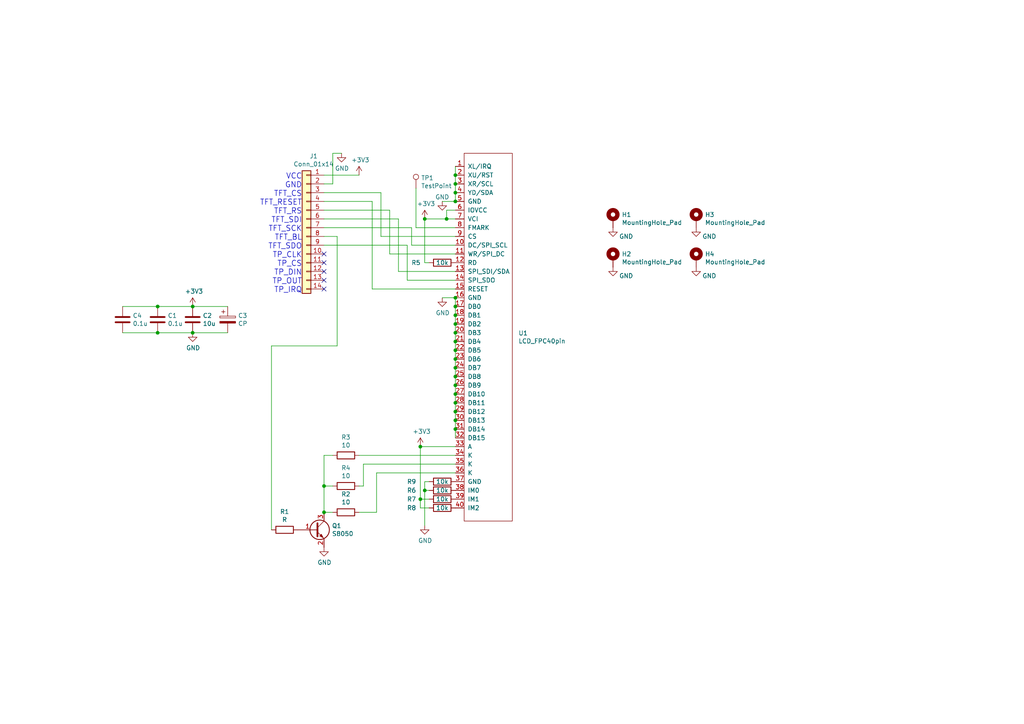
<source format=kicad_sch>
(kicad_sch (version 20230121) (generator eeschema)
  (paper "A4")
  (lib_symbols
    (symbol "3_2LCD-rescue:+3.3V-power" (power) (pin_names (offset 0))
      (property "Value" "+3.3V-power" (at 0 3.556 0))
      (symbol "+3.3V-power_0_1"
        (polyline (pts (xy -0.762 1.27) (xy 0 2.54)))
        (polyline (pts (xy 0 0) (xy 0 2.54)))
        (polyline (pts (xy 0 2.54) (xy 0.762 1.27)))
      )
      (symbol "+3.3V-power_1_1"
        (pin power_in line (at 0 0 90) (length 0) hide (name "+3V3") (number "1"))
      )
    )
    (symbol "3_2LCD-rescue:CP-Device" (pin_numbers hide) (pin_names (offset 0.254))
      (property "Reference" "C" (at 0.635 2.54 0))
      (property "Value" "Device_CP" (at 0.635 -2.54 0))
      (symbol "CP-Device_0_1"
        (rectangle (start -2.286 0.508) (end 2.286 1.016))
        (polyline (pts (xy -1.778 2.286) (xy -0.762 2.286)))
        (polyline (pts (xy -1.27 2.794) (xy -1.27 1.778)))
        (rectangle (start 2.286 -0.508) (end -2.286 -1.016) (fill (type outline)))
      )
      (symbol "CP-Device_1_1"
        (pin passive line (at 0 3.81 270) (length 2.794) (name "~") (number "1"))
        (pin passive line (at 0 -3.81 90) (length 2.794) (name "~") (number "2"))
      )
    )
    (symbol "Connector:TestPoint" (pin_numbers hide) (pin_names (offset 0.762) hide)
      (property "Reference" "TP" (at 0 6.858 0))
      (property "Value" "TestPoint" (at 0 5.08 0))
      (symbol "TestPoint_0_1"
        (circle (center 0 3.302) (radius 0.762))
      )
      (symbol "TestPoint_1_1"
        (pin passive line (at 0 0 90) (length 2.54) (name "1") (number "1"))
      )
    )
    (symbol "Connector_Generic:Conn_01x14" (pin_names (offset 1.016) hide)
      (property "Reference" "J" (at 0 17.78 0))
      (property "Value" "Conn_01x14" (at 0 -20.32 0))
      (symbol "Conn_01x14_1_1"
        (rectangle (start -1.27 -17.653) (end 0 -17.907) (stroke (width 0.1524)))
        (rectangle (start -1.27 -15.113) (end 0 -15.367) (stroke (width 0.1524)))
        (rectangle (start -1.27 -12.573) (end 0 -12.827) (stroke (width 0.1524)))
        (rectangle (start -1.27 -10.033) (end 0 -10.287) (stroke (width 0.1524)))
        (rectangle (start -1.27 -7.493) (end 0 -7.747) (stroke (width 0.1524)))
        (rectangle (start -1.27 -4.953) (end 0 -5.207) (stroke (width 0.1524)))
        (rectangle (start -1.27 -2.413) (end 0 -2.667) (stroke (width 0.1524)))
        (rectangle (start -1.27 0.127) (end 0 -0.127) (stroke (width 0.1524)))
        (rectangle (start -1.27 2.667) (end 0 2.413) (stroke (width 0.1524)))
        (rectangle (start -1.27 5.207) (end 0 4.953) (stroke (width 0.1524)))
        (rectangle (start -1.27 7.747) (end 0 7.493) (stroke (width 0.1524)))
        (rectangle (start -1.27 10.287) (end 0 10.033) (stroke (width 0.1524)))
        (rectangle (start -1.27 12.827) (end 0 12.573) (stroke (width 0.1524)))
        (rectangle (start -1.27 15.367) (end 0 15.113) (stroke (width 0.1524)))
        (rectangle (start -1.27 16.51) (end 1.27 -19.05) (stroke (width 0.254)) (fill (type background)))
        (pin passive line (at -5.08 15.24 0) (length 3.81) (name "Pin_1") (number "1"))
        (pin passive line (at -5.08 -7.62 0) (length 3.81) (name "Pin_10") (number "10"))
        (pin passive line (at -5.08 -10.16 0) (length 3.81) (name "Pin_11") (number "11"))
        (pin passive line (at -5.08 -12.7 0) (length 3.81) (name "Pin_12") (number "12"))
        (pin passive line (at -5.08 -15.24 0) (length 3.81) (name "Pin_13") (number "13"))
        (pin passive line (at -5.08 -17.78 0) (length 3.81) (name "Pin_14") (number "14"))
        (pin passive line (at -5.08 12.7 0) (length 3.81) (name "Pin_2") (number "2"))
        (pin passive line (at -5.08 10.16 0) (length 3.81) (name "Pin_3") (number "3"))
        (pin passive line (at -5.08 7.62 0) (length 3.81) (name "Pin_4") (number "4"))
        (pin passive line (at -5.08 5.08 0) (length 3.81) (name "Pin_5") (number "5"))
        (pin passive line (at -5.08 2.54 0) (length 3.81) (name "Pin_6") (number "6"))
        (pin passive line (at -5.08 0 0) (length 3.81) (name "Pin_7") (number "7"))
        (pin passive line (at -5.08 -2.54 0) (length 3.81) (name "Pin_8") (number "8"))
        (pin passive line (at -5.08 -5.08 0) (length 3.81) (name "Pin_9") (number "9"))
      )
    )
    (symbol "Device:C" (pin_numbers hide) (pin_names (offset 0.254))
      (property "Reference" "C" (at 0.635 2.54 0))
      (property "Value" "C" (at 0.635 -2.54 0))
      (symbol "C_0_1"
        (polyline (pts (xy -2.032 -0.762) (xy 2.032 -0.762)) (stroke (width 0.508)))
        (polyline (pts (xy -2.032 0.762) (xy 2.032 0.762)) (stroke (width 0.508)))
      )
      (symbol "C_1_1"
        (pin passive line (at 0 3.81 270) (length 2.794) (name "~") (number "1"))
        (pin passive line (at 0 -3.81 90) (length 2.794) (name "~") (number "2"))
      )
    )
    (symbol "Device:R" (pin_numbers hide) (pin_names (offset 0))
      (property "Reference" "R" (at 2.032 0 90))
      (property "Value" "R" (at 0 0 90))
      (symbol "R_0_1"
        (rectangle (start -1.016 -2.54) (end 1.016 2.54) (stroke (width 0.254)))
      )
      (symbol "R_1_1"
        (pin passive line (at 0 3.81 270) (length 1.27) (name "~") (number "1"))
        (pin passive line (at 0 -3.81 90) (length 1.27) (name "~") (number "2"))
      )
    )
    (symbol "Mechanical:MountingHole_Pad" (pin_numbers hide) (pin_names (offset 1.016) hide)
      (property "Reference" "H" (at 0 6.35 0))
      (property "Value" "MountingHole_Pad" (at 0 4.445 0))
      (symbol "MountingHole_Pad_0_1"
        (circle (center 0 1.27) (radius 1.27) (stroke (width 1.27)))
      )
      (symbol "MountingHole_Pad_1_1"
        (pin input line (at 0 -2.54 90) (length 2.54) (name "1") (number "1"))
      )
    )
    (symbol "Transistor_BJT:2N3055" (pin_names (offset 0) hide)
      (property "Reference" "Q" (at 5.08 1.905 0))
      (property "Value" "2N3055" (at 5.08 0 0))
      (symbol "2N3055_0_1"
        (polyline (pts (xy 0.635 0.635) (xy 2.54 2.54)))
        (polyline (pts (xy 0.635 -0.635) (xy 2.54 -2.54) (xy 2.54 -2.54)))
        (polyline (pts (xy 0.635 1.905) (xy 0.635 -1.905) (xy 0.635 -1.905)) (stroke (width 0.508)))
        (polyline (pts (xy 1.27 -1.778) (xy 1.778 -1.27) (xy 2.286 -2.286) (xy 1.27 -1.778) (xy 1.27 -1.778)) (fill (type outline)))
        (circle (center 1.27 0) (radius 2.8194) (stroke (width 0.254)))
      )
      (symbol "2N3055_1_1"
        (pin input line (at -5.08 0 0) (length 5.715) (name "B") (number "1"))
        (pin passive line (at 2.54 -5.08 90) (length 2.54) (name "E") (number "2"))
        (pin passive line (at 2.54 5.08 270) (length 2.54) (name "C") (number "3"))
      )
    )
    (symbol "nanbuwks:LCD_FPC40pin" (pin_names (offset 1.016))
      (property "Reference" "U" (at 0 52.07 0))
      (property "Value" "LCD_FPC40pin" (at 0 -57.15 0))
      (symbol "LCD_FPC40pin_0_1"
        (rectangle (start -6.35 50.8) (end 7.62 -55.88))
      )
      (symbol "LCD_FPC40pin_1_1"
        (pin input line (at -8.89 46.99 0) (length 2.54) (name "XL/IRQ") (number "1"))
        (pin input line (at -8.89 24.13 0) (length 2.54) (name "DC/SPI_SCL") (number "10"))
        (pin input line (at -8.89 21.59 0) (length 2.54) (name "WR/SPI_DC") (number "11"))
        (pin input line (at -8.89 19.05 0) (length 2.54) (name "RD") (number "12"))
        (pin input line (at -8.89 16.51 0) (length 2.54) (name "SPI_SDI/SDA") (number "13"))
        (pin input line (at -8.89 13.97 0) (length 2.54) (name "SPI_SDO") (number "14"))
        (pin input line (at -8.89 11.43 0) (length 2.54) (name "RESET") (number "15"))
        (pin input line (at -8.89 8.89 0) (length 2.54) (name "GND") (number "16"))
        (pin input line (at -8.89 6.35 0) (length 2.54) (name "DB0") (number "17"))
        (pin input line (at -8.89 3.81 0) (length 2.54) (name "DB1") (number "18"))
        (pin input line (at -8.89 1.27 0) (length 2.54) (name "DB2") (number "19"))
        (pin input line (at -8.89 44.45 0) (length 2.54) (name "XU/RST") (number "2"))
        (pin input line (at -8.89 -1.27 0) (length 2.54) (name "DB3") (number "20"))
        (pin input line (at -8.89 -3.81 0) (length 2.54) (name "DB4") (number "21"))
        (pin input line (at -8.89 -6.35 0) (length 2.54) (name "DB5") (number "22"))
        (pin input line (at -8.89 -8.89 0) (length 2.54) (name "DB6") (number "23"))
        (pin input line (at -8.89 -11.43 0) (length 2.54) (name "DB7") (number "24"))
        (pin input line (at -8.89 -13.97 0) (length 2.54) (name "DB8") (number "25"))
        (pin input line (at -8.89 -16.51 0) (length 2.54) (name "DB9") (number "26"))
        (pin input line (at -8.89 -19.05 0) (length 2.54) (name "DB10") (number "27"))
        (pin input line (at -8.89 -21.59 0) (length 2.54) (name "DB11") (number "28"))
        (pin input line (at -8.89 -24.13 0) (length 2.54) (name "DB12") (number "29"))
        (pin input line (at -8.89 41.91 0) (length 2.54) (name "XR/SCL") (number "3"))
        (pin input line (at -8.89 -26.67 0) (length 2.54) (name "DB13") (number "30"))
        (pin input line (at -8.89 -29.21 0) (length 2.54) (name "DB14") (number "31"))
        (pin input line (at -8.89 -31.75 0) (length 2.54) (name "DB15") (number "32"))
        (pin input line (at -8.89 -34.29 0) (length 2.54) (name "A") (number "33"))
        (pin input line (at -8.89 -36.83 0) (length 2.54) (name "K") (number "34"))
        (pin input line (at -8.89 -39.37 0) (length 2.54) (name "K") (number "35"))
        (pin input line (at -8.89 -41.91 0) (length 2.54) (name "K") (number "36"))
        (pin input line (at -8.89 -44.45 0) (length 2.54) (name "GND") (number "37"))
        (pin input line (at -8.89 -46.99 0) (length 2.54) (name "IM0") (number "38"))
        (pin input line (at -8.89 -49.53 0) (length 2.54) (name "IM1") (number "39"))
        (pin input line (at -8.89 39.37 0) (length 2.54) (name "YD/SDA") (number "4"))
        (pin input line (at -8.89 -52.07 0) (length 2.54) (name "IM2") (number "40"))
        (pin input line (at -8.89 36.83 0) (length 2.54) (name "GND") (number "5"))
        (pin input line (at -8.89 34.29 0) (length 2.54) (name "IOVCC") (number "6"))
        (pin input line (at -8.89 31.75 0) (length 2.54) (name "VCI") (number "7"))
        (pin input line (at -8.89 29.21 0) (length 2.54) (name "FMARK") (number "8"))
        (pin input line (at -8.89 26.67 0) (length 2.54) (name "CS") (number "9"))
      )
    )
    (symbol "power:GND" (power) (pin_names (offset 0))
      (property "Value" "GND" (at 0 -3.81 0))
      (symbol "GND_0_1"
        (polyline (pts (xy 0 0) (xy 0 -1.27) (xy 1.27 -1.27) (xy 0 -2.54) (xy -1.27 -1.27) (xy 0 -1.27)))
      )
      (symbol "GND_1_1"
        (pin power_in line (at 0 0 270) (length 0) hide (name "GND") (number "1"))
      )
    )
  )
  (junction (at 132.08 88.9))
  (junction (at 45.72 96.52))
  (junction (at 132.08 96.52))
  (junction (at 132.08 101.6))
  (junction (at 93.98 148.59))
  (junction (at 45.72 88.9))
  (junction (at 132.08 119.38))
  (junction (at 121.92 129.54))
  (junction (at 132.08 93.98))
  (junction (at 55.88 88.9))
  (junction (at 132.08 111.76))
  (junction (at 132.08 109.22))
  (junction (at 132.08 50.8))
  (junction (at 132.08 104.14))
  (junction (at 55.88 96.52))
  (junction (at 132.08 99.06))
  (junction (at 132.08 91.44))
  (junction (at 132.08 106.68))
  (junction (at 132.08 55.88))
  (junction (at 129.54 63.5))
  (junction (at 121.92 144.78))
  (junction (at 132.08 86.36))
  (junction (at 132.08 124.46))
  (junction (at 132.08 114.3))
  (junction (at 132.08 116.84))
  (junction (at 132.08 58.42))
  (junction (at 132.08 121.92))
  (junction (at 123.19 63.5))
  (junction (at 132.08 53.34))
  (junction (at 123.19 142.24))
  (junction (at 93.98 140.97))
  (no_connect (at 93.98 73.66))
  (no_connect (at 93.98 76.2))
  (no_connect (at 93.98 81.28))
  (no_connect (at 93.98 78.74))
  (no_connect (at 93.98 83.82))
  (wire (pts (xy 128.27 86.36) (xy 132.08 86.36)))
  (wire (pts (xy 124.46 147.32) (xy 121.92 147.32)))
  (wire (pts (xy 96.52 140.97) (xy 93.98 140.97)))
  (wire (pts (xy 132.08 137.16) (xy 109.22 137.16)))
  (wire (pts (xy 104.14 140.97) (xy 105.41 140.97)))
  (wire (pts (xy 78.74 100.33) (xy 78.74 153.67)))
  (wire (pts (xy 132.08 88.9) (xy 132.08 86.36)))
  (wire (pts (xy 132.08 55.88) (xy 132.08 58.42)))
  (wire (pts (xy 121.92 144.78) (xy 121.92 147.32)))
  (wire (pts (xy 132.08 119.38) (xy 132.08 116.84)))
  (wire (pts (xy 123.19 152.4) (xy 123.19 142.24)))
  (wire (pts (xy 107.95 58.42) (xy 93.98 58.42)))
  (wire (pts (xy 96.52 44.45) (xy 96.52 53.34)))
  (wire (pts (xy 93.98 63.5) (xy 115.57 63.5)))
  (wire (pts (xy 118.11 81.28) (xy 118.11 71.12)))
  (wire (pts (xy 132.08 114.3) (xy 132.08 111.76)))
  (wire (pts (xy 55.88 96.52) (xy 66.04 96.52)))
  (wire (pts (xy 35.56 88.9) (xy 45.72 88.9)))
  (wire (pts (xy 104.14 148.59) (xy 109.22 148.59)))
  (wire (pts (xy 113.03 73.66) (xy 113.03 60.96)))
  (wire (pts (xy 118.11 71.12) (xy 93.98 71.12)))
  (wire (pts (xy 132.08 111.76) (xy 132.08 109.22)))
  (wire (pts (xy 99.06 44.45) (xy 96.52 44.45)))
  (wire (pts (xy 55.88 88.9) (xy 45.72 88.9)))
  (wire (pts (xy 123.19 139.7) (xy 124.46 139.7)))
  (wire (pts (xy 105.41 134.62) (xy 132.08 134.62)))
  (wire (pts (xy 132.08 116.84) (xy 132.08 114.3)))
  (wire (pts (xy 132.08 68.58) (xy 110.49 68.58)))
  (wire (pts (xy 132.08 53.34) (xy 132.08 55.88)))
  (wire (pts (xy 123.19 76.2) (xy 124.46 76.2)))
  (wire (pts (xy 123.19 63.5) (xy 129.54 63.5)))
  (wire (pts (xy 132.08 78.74) (xy 115.57 78.74)))
  (wire (pts (xy 97.79 100.33) (xy 78.74 100.33)))
  (wire (pts (xy 132.08 121.92) (xy 132.08 119.38)))
  (wire (pts (xy 66.04 88.9) (xy 55.88 88.9)))
  (wire (pts (xy 132.08 50.8) (xy 132.08 53.34)))
  (wire (pts (xy 132.08 127) (xy 132.08 124.46)))
  (wire (pts (xy 132.08 96.52) (xy 132.08 93.98)))
  (wire (pts (xy 93.98 53.34) (xy 96.52 53.34)))
  (wire (pts (xy 124.46 144.78) (xy 121.92 144.78)))
  (wire (pts (xy 93.98 148.59) (xy 96.52 148.59)))
  (wire (pts (xy 121.92 129.54) (xy 132.08 129.54)))
  (wire (pts (xy 119.38 71.12) (xy 119.38 66.04)))
  (wire (pts (xy 109.22 137.16) (xy 109.22 148.59)))
  (wire (pts (xy 120.65 66.04) (xy 120.65 54.61)))
  (wire (pts (xy 121.92 144.78) (xy 121.92 129.54)))
  (wire (pts (xy 45.72 96.52) (xy 55.88 96.52)))
  (wire (pts (xy 105.41 140.97) (xy 105.41 134.62)))
  (wire (pts (xy 96.52 132.08) (xy 93.98 132.08)))
  (wire (pts (xy 132.08 71.12) (xy 119.38 71.12)))
  (wire (pts (xy 129.54 60.96) (xy 129.54 63.5)))
  (wire (pts (xy 93.98 60.96) (xy 113.03 60.96)))
  (wire (pts (xy 132.08 99.06) (xy 132.08 96.52)))
  (wire (pts (xy 132.08 109.22) (xy 132.08 106.68)))
  (wire (pts (xy 132.08 106.68) (xy 132.08 104.14)))
  (wire (pts (xy 107.95 83.82) (xy 107.95 58.42)))
  (wire (pts (xy 129.54 60.96) (xy 132.08 60.96)))
  (wire (pts (xy 123.19 63.5) (xy 123.19 76.2)))
  (wire (pts (xy 93.98 140.97) (xy 93.98 148.59)))
  (wire (pts (xy 93.98 66.04) (xy 119.38 66.04)))
  (wire (pts (xy 132.08 58.42) (xy 128.27 58.42)))
  (wire (pts (xy 93.98 55.88) (xy 110.49 55.88)))
  (wire (pts (xy 132.08 124.46) (xy 132.08 121.92)))
  (wire (pts (xy 132.08 63.5) (xy 129.54 63.5)))
  (wire (pts (xy 123.19 142.24) (xy 124.46 142.24)))
  (wire (pts (xy 123.19 139.7) (xy 123.19 142.24)))
  (wire (pts (xy 132.08 101.6) (xy 132.08 99.06)))
  (wire (pts (xy 93.98 68.58) (xy 97.79 68.58)))
  (wire (pts (xy 132.08 83.82) (xy 107.95 83.82)))
  (wire (pts (xy 132.08 91.44) (xy 132.08 88.9)))
  (wire (pts (xy 110.49 68.58) (xy 110.49 55.88)))
  (wire (pts (xy 104.14 50.8) (xy 93.98 50.8)))
  (wire (pts (xy 104.14 132.08) (xy 132.08 132.08)))
  (wire (pts (xy 132.08 66.04) (xy 120.65 66.04)))
  (wire (pts (xy 35.56 96.52) (xy 45.72 96.52)))
  (wire (pts (xy 93.98 132.08) (xy 93.98 140.97)))
  (wire (pts (xy 115.57 78.74) (xy 115.57 63.5)))
  (wire (pts (xy 132.08 81.28) (xy 118.11 81.28)))
  (wire (pts (xy 132.08 93.98) (xy 132.08 91.44)))
  (wire (pts (xy 132.08 104.14) (xy 132.08 101.6)))
  (wire (pts (xy 132.08 48.26) (xy 132.08 50.8)))
  (wire (pts (xy 132.08 73.66) (xy 113.03 73.66)))
  (wire (pts (xy 97.79 68.58) (xy 97.79 100.33)))
  (text "VCC\nGND\nTFT_CS\nTFT_RESET\nTFT_RS\nTFT_SDI\nTFT_SCK\nTFT_BL\nTFT_SDO\nTP_CLK\nTP_CS\nTP_DIN\nTP_OUT\nTP_IRQ" (at 87.63 85.09 0) (effects (font (size 1.5748 1.5748)) (justify right bottom)))
  (symbol (lib_id "Connector_Generic:Conn_01x14") (at 88.9 66.04 0) (mirror y) (unit 1)
    (property "Reference" "J1" (at 90.9828 45.2882 0))
    (property "Value" "Conn_01x14" (at 90.9828 47.5996 0))
    (property "Footprint" "Connector_PinHeader_2.54mm:PinHeader_1x14_P2.54mm_Vertical" (effects hide))
  )
  (symbol (lib_id "power:GND") (at 99.06 44.45 0) (unit 1)
    (property "Reference" "#PWR0101" (effects hide))
    (property "Value" "GND" (at 99.187 48.8442 0))
  )
  (symbol (lib_id "3_2LCD-rescue:+3.3V-power") (at 104.14 50.8 0) (unit 1)
    (property "Reference" "#PWR0102" (effects hide))
    (property "Value" "+3.3V" (at 104.521 46.4058 0))
  )
  (symbol (lib_id "power:GND") (at 128.27 86.36 0) (unit 1)
    (property "Reference" "#PWR0103" (effects hide))
    (property "Value" "GND" (at 128.397 90.7542 0))
  )
  (symbol (lib_id "3_2LCD-rescue:+3.3V-power") (at 123.19 63.5 0) (unit 1)
    (property "Reference" "#PWR0105" (effects hide))
    (property "Value" "+3.3V" (at 123.571 59.1058 0))
  )
  (symbol (lib_id "Device:R") (at 82.55 153.67 270) (unit 1)
    (property "Reference" "R1" (at 82.55 148.4122 90))
    (property "Value" "R" (at 82.55 150.7236 90))
    (property "Footprint" "Resistor_SMD:R_0603_1608Metric" (effects hide))
  )
  (symbol (lib_id "Transistor_BJT:2N3055") (at 91.44 153.67 0) (unit 1)
    (property "Reference" "Q1" (at 96.266 152.5016 0) (effects (justify left)))
    (property "Value" "S8050" (at 96.266 154.813 0) (effects (justify left)))
    (property "Footprint" "Package_TO_SOT_SMD:SOT-23" (effects hide))
    (property "Datasheet" "http://www.onsemi.com/pub_link/Collateral/2N3055-D.PDF" (effects hide))
  )
  (symbol (lib_id "Device:R") (at 100.33 148.59 270) (unit 1)
    (property "Reference" "R2" (at 100.33 143.3322 90))
    (property "Value" "10" (at 100.33 145.6436 90))
    (property "Footprint" "Resistor_SMD:R_0603_1608Metric" (effects hide))
  )
  (symbol (lib_id "power:GND") (at 93.98 158.75 0) (unit 1)
    (property "Reference" "#PWR0106" (effects hide))
    (property "Value" "GND" (at 94.107 163.1442 0))
  )
  (symbol (lib_id "nanbuwks:LCD_FPC40pin") (at 140.97 95.25 0) (unit 1)
    (property "Reference" "U1" (at 150.3426 96.6216 0) (effects (justify left)))
    (property "Value" "LCD_FPC40pin" (at 150.3426 98.933 0) (effects (justify left)))
    (property "Footprint" "library:Hirose_40P0.50mm_Horizontal_Reverse" (effects hide))
  )
  (symbol (lib_id "Device:R") (at 100.33 140.97 270) (unit 1)
    (property "Reference" "R4" (at 100.33 135.7122 90))
    (property "Value" "10" (at 100.33 138.0236 90))
    (property "Footprint" "Resistor_SMD:R_0603_1608Metric" (effects hide))
  )
  (symbol (lib_id "Device:R") (at 100.33 132.08 270) (unit 1)
    (property "Reference" "R3" (at 100.33 126.8222 90))
    (property "Value" "10" (at 100.33 129.1336 90))
    (property "Footprint" "Resistor_SMD:R_0603_1608Metric" (effects hide))
  )
  (symbol (lib_id "power:GND") (at 123.19 152.4 0) (unit 1)
    (property "Reference" "#PWR0104" (effects hide))
    (property "Value" "GND" (at 123.317 156.7942 0))
  )
  (symbol (lib_id "power:GND") (at 128.27 58.42 0) (unit 1)
    (property "Reference" "#PWR0107" (effects hide))
    (property "Value" "GND" (at 128.27 57.15 0))
  )
  (symbol (lib_id "3_2LCD-rescue:+3.3V-power") (at 121.92 129.54 0) (unit 1)
    (property "Reference" "#PWR0108" (effects hide))
    (property "Value" "+3.3V" (at 122.301 125.1458 0))
  )
  (symbol (lib_id "Device:C") (at 45.72 92.71 0) (unit 1)
    (property "Reference" "C1" (at 48.641 91.5416 0) (effects (justify left)))
    (property "Value" "0.1u" (at 48.641 93.853 0) (effects (justify left)))
    (property "Footprint" "Capacitor_SMD:C_0603_1608Metric" (effects hide))
  )
  (symbol (lib_id "Device:C") (at 55.88 92.71 0) (unit 1)
    (property "Reference" "C2" (at 58.801 91.5416 0) (effects (justify left)))
    (property "Value" "10u" (at 58.801 93.853 0) (effects (justify left)))
    (property "Footprint" "Capacitor_SMD:C_0402_1005Metric" (effects hide))
  )
  (symbol (lib_id "3_2LCD-rescue:CP-Device") (at 66.04 92.71 0) (unit 1)
    (property "Reference" "C3" (at 69.0372 91.5416 0) (effects (justify left)))
    (property "Value" "CP" (at 69.0372 93.853 0) (effects (justify left)))
    (property "Footprint" "Capacitor_THT:CP_Radial_D5.0mm_P2.50mm" (effects hide))
  )
  (symbol (lib_id "3_2LCD-rescue:+3.3V-power") (at 55.88 88.9 0) (unit 1)
    (property "Reference" "#PWR0109" (effects hide))
    (property "Value" "+3.3V" (at 56.261 84.5058 0))
  )
  (symbol (lib_id "power:GND") (at 55.88 96.52 0) (unit 1)
    (property "Reference" "#PWR0110" (effects hide))
    (property "Value" "GND" (at 56.007 100.9142 0))
  )
  (symbol (lib_id "Device:R") (at 128.27 76.2 270) (unit 1)
    (property "Reference" "R5" (at 120.65 76.2 90))
    (property "Value" "10k" (at 128.27 76.2 90))
    (property "Footprint" "Resistor_SMD:R_0603_1608Metric" (effects hide))
  )
  (symbol (lib_id "Device:R") (at 128.27 147.32 270) (unit 1)
    (property "Reference" "R8" (at 119.38 147.32 90))
    (property "Value" "10k" (at 128.27 147.32 90))
    (property "Footprint" "Resistor_SMD:R_0603_1608Metric" (effects hide))
  )
  (symbol (lib_id "Device:R") (at 128.27 142.24 270) (unit 1)
    (property "Reference" "R6" (at 119.38 142.24 90))
    (property "Value" "10k" (at 128.27 142.24 90))
    (property "Footprint" "Resistor_SMD:R_0603_1608Metric" (effects hide))
  )
  (symbol (lib_id "Device:R") (at 128.27 144.78 270) (unit 1)
    (property "Reference" "R7" (at 119.38 144.78 90))
    (property "Value" "10k" (at 128.27 144.78 90))
    (property "Footprint" "Resistor_SMD:R_0603_1608Metric" (effects hide))
  )
  (symbol (lib_id "Connector:TestPoint") (at 120.65 54.61 0) (unit 1)
    (property "Reference" "TP1" (at 122.1232 51.6128 0) (effects (justify left)))
    (property "Value" "TestPoint" (at 122.1232 53.9242 0) (effects (justify left)))
    (property "Footprint" "TestPoint:TestPoint_Keystone_5000-5004_Miniature" (effects hide))
  )
  (symbol (lib_id "Mechanical:MountingHole_Pad") (at 177.8 63.5 0) (unit 1)
    (property "Reference" "H1" (at 180.34 62.2554 0) (effects (justify left)))
    (property "Value" "MountingHole_Pad" (at 180.34 64.5668 0) (effects (justify left)))
    (property "Footprint" "MountingHole:MountingHole_2.7mm_M2.5_Pad_TopBottom" (effects hide))
  )
  (symbol (lib_id "power:GND") (at 177.8 66.04 0) (unit 1)
    (property "Reference" "#PWR0111" (effects hide))
    (property "Value" "GND" (at 181.61 68.58 0))
  )
  (symbol (lib_id "Mechanical:MountingHole_Pad") (at 177.8 74.93 0) (unit 1)
    (property "Reference" "H2" (at 180.34 73.6854 0) (effects (justify left)))
    (property "Value" "MountingHole_Pad" (at 180.34 75.9968 0) (effects (justify left)))
    (property "Footprint" "MountingHole:MountingHole_2.7mm_M2.5_Pad_TopBottom" (effects hide))
  )
  (symbol (lib_id "power:GND") (at 177.8 77.47 0) (unit 1)
    (property "Reference" "#PWR0112" (effects hide))
    (property "Value" "GND" (at 181.61 80.01 0))
  )
  (symbol (lib_id "Mechanical:MountingHole_Pad") (at 201.93 63.5 0) (unit 1)
    (property "Reference" "H3" (at 204.47 62.2554 0) (effects (justify left)))
    (property "Value" "MountingHole_Pad" (at 204.47 64.5668 0) (effects (justify left)))
    (property "Footprint" "MountingHole:MountingHole_2.7mm_M2.5_Pad_TopBottom" (effects hide))
  )
  (symbol (lib_id "power:GND") (at 201.93 66.04 0) (unit 1)
    (property "Reference" "#PWR0113" (effects hide))
    (property "Value" "GND" (at 205.74 68.58 0))
  )
  (symbol (lib_id "Mechanical:MountingHole_Pad") (at 201.93 74.93 0) (unit 1)
    (property "Reference" "H4" (at 204.47 73.6854 0) (effects (justify left)))
    (property "Value" "MountingHole_Pad" (at 204.47 75.9968 0) (effects (justify left)))
    (property "Footprint" "MountingHole:MountingHole_2.7mm_M2.5_Pad_TopBottom" (effects hide))
  )
  (symbol (lib_id "power:GND") (at 201.93 77.47 0) (unit 1)
    (property "Reference" "#PWR0114" (effects hide))
    (property "Value" "GND" (at 205.74 80.01 0))
  )
  (symbol (lib_id "Device:R") (at 128.27 139.7 270) (unit 1)
    (property "Reference" "R9" (at 119.38 139.7 90))
    (property "Value" "10k" (at 128.27 139.7 90))
    (property "Footprint" "Resistor_SMD:R_0603_1608Metric" (effects hide))
  )
  (symbol (lib_id "Device:C") (at 35.56 92.71 0) (unit 1)
    (property "Reference" "C4" (at 38.481 91.5416 0) (effects (justify left)))
    (property "Value" "0.1u" (at 38.481 93.853 0) (effects (justify left)))
    (property "Footprint" "Capacitor_SMD:C_0603_1608Metric" (effects hide))
  )
)
</source>
